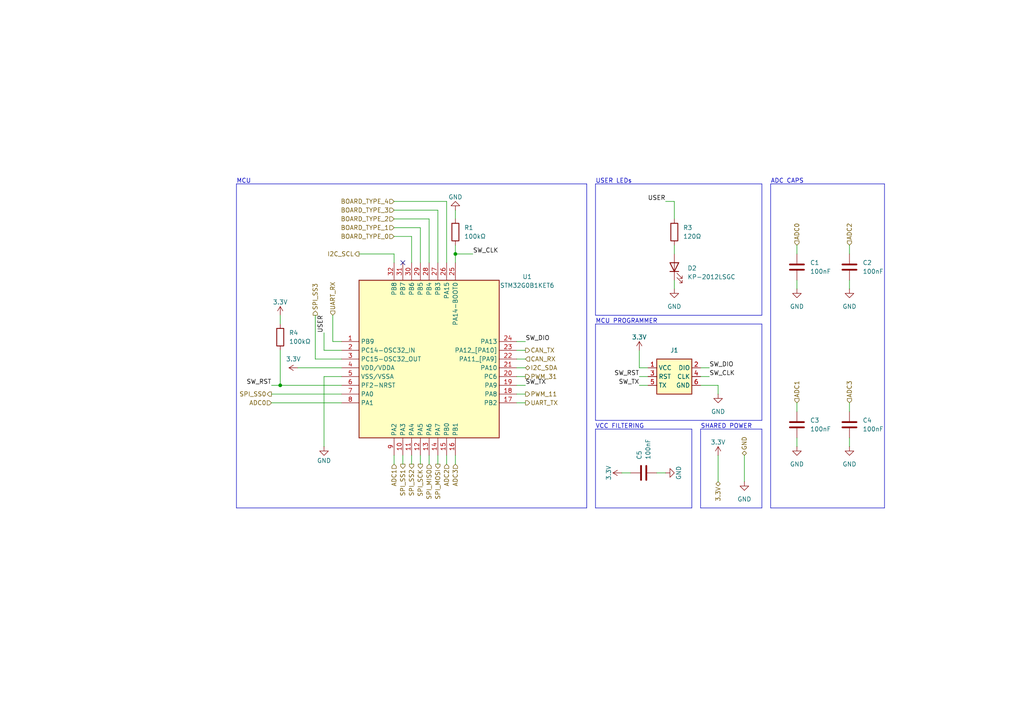
<source format=kicad_sch>
(kicad_sch (version 20250114) (generator "eeschema") (generator_version "9.0")
  (paper "A4")
  (lib_symbols
    (symbol "Device:C" (pin_numbers (hide yes)) (pin_names (offset 0.254))
      (property "Reference" "C" (at 0.635 2.54 0))
      (property "Value" "C" (at 0.635 -2.54 0))
      (symbol "C_0_1"
        (polyline (pts (xy -2.032 0.762) (xy 2.032 0.762)) (stroke (width 0.508)))
        (polyline (pts (xy -2.032 -0.762) (xy 2.032 -0.762)) (stroke (width 0.508)))
      )
      (symbol "C_1_1"
        (pin passive line (at 0 3.81 270) (length 2.794) (name "~") (number "1"))
        (pin passive line (at 0 -3.81 90) (length 2.794) (name "~") (number "2"))
      )
    )
    (symbol "Device:LED" (pin_numbers (hide yes)) (pin_names (offset 1.016) (hide yes))
      (property "Reference" "D" (at 0 2.54 0))
      (property "Value" "LED" (at 0 -2.54 0))
      (symbol "LED_0_1"
        (polyline (pts (xy -3.048 -0.762) (xy -4.572 -2.286) (xy -3.81 -2.286) (xy -4.572 -2.286) (xy -4.572 -1.524)))
        (polyline (pts (xy -1.778 -0.762) (xy -3.302 -2.286) (xy -2.54 -2.286) (xy -3.302 -2.286) (xy -3.302 -1.524)))
        (polyline (pts (xy -1.27 0) (xy 1.27 0)))
        (polyline (pts (xy -1.27 -1.27) (xy -1.27 1.27)) (stroke (width 0.254)))
        (polyline (pts (xy 1.27 -1.27) (xy 1.27 1.27) (xy -1.27 0) (xy 1.27 -1.27)) (stroke (width 0.254)))
      )
      (symbol "LED_1_1"
        (pin passive line (at -3.81 0 0) (length 2.54) (name "K") (number "1"))
        (pin passive line (at 3.81 0 180) (length 2.54) (name "A") (number "2"))
      )
    )
    (symbol "Device:R" (pin_numbers (hide yes)) (pin_names (offset 0))
      (property "Reference" "R" (at 2.032 0 90))
      (property "Value" "R" (at 0 0 90))
      (symbol "R_0_1"
        (rectangle (start -1.016 -2.54) (end 1.016 2.54) (stroke (width 0.254)))
      )
      (symbol "R_1_1"
        (pin passive line (at 0 3.81 270) (length 1.27) (name "~") (number "1"))
        (pin passive line (at 0 -3.81 90) (length 1.27) (name "~") (number "2"))
      )
    )
    (symbol "STM32G0B1KET6:STM32G0B1KET6"
      (property "Reference" "IC" (at 46.99 22.86 0))
      (property "Value" "STM32G0B1KET6" (at 46.99 20.32 0))
      (symbol "STM32G0B1KET6_1_1"
        (rectangle (start 5.08 17.78) (end 45.72 -27.94) (stroke (width 0.254)) (fill (type background)))
        (pin passive line (at 0 0 0) (length 5.08) (name "PB9") (number "1"))
        (pin passive line (at 0 -2.54 0) (length 5.08) (name "PC14-OSC32_IN") (number "2"))
        (pin passive line (at 0 -5.08 0) (length 5.08) (name "PC15-OSC32_OUT") (number "3"))
        (pin passive line (at 0 -7.62 0) (length 5.08) (name "VDD/VDDA") (number "4"))
        (pin passive line (at 0 -10.16 0) (length 5.08) (name "VSS/VSSA") (number "5"))
        (pin passive line (at 0 -12.7 0) (length 5.08) (name "PF2-NRST") (number "6"))
        (pin passive line (at 0 -15.24 0) (length 5.08) (name "PA0") (number "7"))
        (pin passive line (at 0 -17.78 0) (length 5.08) (name "PA1") (number "8"))
        (pin passive line (at 15.24 22.86 270) (length 5.08) (name "PB8") (number "32"))
        (pin passive line (at 15.24 -33.02 90) (length 5.08) (name "PA2") (number "9"))
        (pin passive line (at 17.78 22.86 270) (length 5.08) (name "PB7") (number "31"))
        (pin passive line (at 17.78 -33.02 90) (length 5.08) (name "PA3") (number "10"))
        (pin passive line (at 20.32 22.86 270) (length 5.08) (name "PB6") (number "30"))
        (pin passive line (at 20.32 -33.02 90) (length 5.08) (name "PA4") (number "11"))
        (pin passive line (at 22.86 22.86 270) (length 5.08) (name "PB5") (number "29"))
        (pin passive line (at 22.86 -33.02 90) (length 5.08) (name "PA5") (number "12"))
        (pin passive line (at 25.4 22.86 270) (length 5.08) (name "PB4") (number "28"))
        (pin passive line (at 25.4 -33.02 90) (length 5.08) (name "PA6") (number "13"))
        (pin passive line (at 27.94 22.86 270) (length 5.08) (name "PB3") (number "27"))
        (pin passive line (at 27.94 -33.02 90) (length 5.08) (name "PA7") (number "14"))
        (pin passive line (at 30.48 22.86 270) (length 5.08) (name "PA15") (number "26"))
        (pin passive line (at 30.48 -33.02 90) (length 5.08) (name "PB0") (number "15"))
        (pin passive line (at 33.02 22.86 270) (length 5.08) (name "PA14-BOOT0") (number "25"))
        (pin passive line (at 33.02 -33.02 90) (length 5.08) (name "PB1") (number "16"))
        (pin passive line (at 50.8 0 180) (length 5.08) (name "PA13") (number "24"))
        (pin passive line (at 50.8 -2.54 180) (length 5.08) (name "PA12_[PA10]") (number "23"))
        (pin passive line (at 50.8 -5.08 180) (length 5.08) (name "PA11_[PA9]") (number "22"))
        (pin passive line (at 50.8 -7.62 180) (length 5.08) (name "PA10") (number "21"))
        (pin passive line (at 50.8 -10.16 180) (length 5.08) (name "PC6") (number "20"))
        (pin passive line (at 50.8 -12.7 180) (length 5.08) (name "PA9") (number "19"))
        (pin passive line (at 50.8 -15.24 180) (length 5.08) (name "PA8") (number "18"))
        (pin passive line (at 50.8 -17.78 180) (length 5.08) (name "PB2") (number "17"))
      )
    )
    (symbol "antslab:STM_PROG"
      (property "Reference" "J" (at 0 0 0))
      (symbol "STM_PROG_1_1"
        (rectangle (start -6.35 -1.27) (end 3.81 -11.43) (stroke (width 0.254)) (fill (type background)))
        (pin power_in line (at -8.89 -3.81 0) (length 2.54) (name "VCC") (number "1"))
        (pin bidirectional line (at -8.89 -6.35 0) (length 2.54) (name "RST") (number "3"))
        (pin bidirectional line (at -8.89 -8.89 0) (length 2.54) (name "TX") (number "5"))
        (pin bidirectional line (at 6.35 -3.81 180) (length 2.54) (name "DIO") (number "2"))
        (pin bidirectional line (at 6.35 -6.35 180) (length 2.54) (name "CLK") (number "4"))
        (pin power_in line (at 6.35 -8.89 180) (length 2.54) (name "GND") (number "6"))
      )
    )
    (symbol "power:GND" (power) (pin_numbers (hide yes)) (pin_names (offset 0) (hide yes))
      (property "Value" "GND" (at 0 -3.81 0))
      (symbol "GND_0_1"
        (polyline (pts (xy 0 0) (xy 0 -1.27) (xy 1.27 -1.27) (xy 0 -2.54) (xy -1.27 -1.27) (xy 0 -1.27)))
      )
      (symbol "GND_1_1"
        (pin power_in line (at 0 0 270) (length 0) (name "~") (number "1"))
      )
    )
    (symbol "power:VCC" (power) (pin_numbers (hide yes)) (pin_names (offset 0) (hide yes))
      (property "Value" "VCC" (at 0 3.556 0))
      (symbol "VCC_0_1"
        (polyline (pts (xy -0.762 1.27) (xy 0 2.54)))
        (polyline (pts (xy 0 2.54) (xy 0.762 1.27)))
        (polyline (pts (xy 0 0) (xy 0 2.54)))
      )
      (symbol "VCC_1_1"
        (pin power_in line (at 0 0 90) (length 0) (name "~") (number "1"))
      )
    )
  )
  (text "SHARED POWER" (at 203.2 124.46 0) (effects (font (size 1.27 1.27)) (justify left bottom)))
  (text "VCC FILTERING" (at 172.72 124.46 0) (effects (font (size 1.27 1.27)) (justify left bottom)))
  (text "MCU" (at 68.58 53.34 0) (effects (font (size 1.27 1.27)) (justify left bottom)))
  (text "MCU PROGRAMMER" (at 172.72 93.98 0) (effects (font (size 1.27 1.27)) (justify left bottom)))
  (text "ADC CAPS" (at 223.52 53.34 0) (effects (font (size 1.27 1.27)) (justify left bottom)))
  (text "USER LEDs" (at 172.72 53.34 0) (effects (font (size 1.27 1.27)) (justify left bottom)))
  (junction (at 132.08 73.66))
  (junction (at 81.28 111.76))
  (no_connect (at 116.84 76.2))
  (wire (pts (xy 78.74 114.3) (xy 99.06 114.3)))
  (wire (pts (xy 208.28 132.08) (xy 208.28 139.7)))
  (wire (pts (xy 96.52 91.44) (xy 96.52 99.06)))
  (polyline (pts (xy 172.72 93.98) (xy 172.72 121.92)))
  (wire (pts (xy 114.3 68.58) (xy 119.38 68.58)))
  (wire (pts (xy 215.9 132.08) (xy 215.9 139.7)))
  (wire (pts (xy 81.28 101.6) (xy 81.28 111.76)))
  (polyline (pts (xy 220.98 53.34) (xy 220.98 91.44)))
  (wire (pts (xy 96.52 99.06) (xy 99.06 99.06)))
  (wire (pts (xy 149.86 101.6) (xy 152.4 101.6)))
  (wire (pts (xy 246.38 116.84) (xy 246.38 119.38)))
  (polyline (pts (xy 170.18 147.32) (xy 68.58 147.32)))
  (wire (pts (xy 114.3 73.66) (xy 114.3 76.2)))
  (wire (pts (xy 193.04 58.42) (xy 195.58 58.42)))
  (wire (pts (xy 132.08 73.66) (xy 137.16 73.66)))
  (wire (pts (xy 93.98 101.6) (xy 93.98 96.52)))
  (wire (pts (xy 127 132.08) (xy 127 134.62)))
  (wire (pts (xy 121.92 132.08) (xy 121.92 134.62)))
  (polyline (pts (xy 256.54 53.34) (xy 256.54 147.32)))
  (wire (pts (xy 124.46 76.2) (xy 124.46 63.5)))
  (wire (pts (xy 119.38 68.58) (xy 119.38 76.2)))
  (wire (pts (xy 124.46 132.08) (xy 124.46 134.62)))
  (wire (pts (xy 116.84 132.08) (xy 116.84 134.62)))
  (wire (pts (xy 129.54 76.2) (xy 129.54 58.42)))
  (wire (pts (xy 91.44 104.14) (xy 99.06 104.14)))
  (polyline (pts (xy 203.2 124.46) (xy 220.98 124.46)))
  (polyline (pts (xy 223.52 53.34) (xy 223.52 147.32)))
  (wire (pts (xy 149.86 106.68) (xy 152.4 106.68)))
  (wire (pts (xy 185.42 106.68) (xy 185.42 101.6)))
  (wire (pts (xy 114.3 132.08) (xy 114.3 134.62)))
  (polyline (pts (xy 200.66 147.32) (xy 200.66 124.46)))
  (wire (pts (xy 132.08 60.96) (xy 132.08 63.5)))
  (polyline (pts (xy 172.72 93.98) (xy 220.98 93.98)))
  (wire (pts (xy 132.08 71.12) (xy 132.08 73.66)))
  (wire (pts (xy 190.5 137.16) (xy 193.04 137.16)))
  (wire (pts (xy 203.2 111.76) (xy 208.28 111.76)))
  (wire (pts (xy 91.44 91.44) (xy 91.44 104.14)))
  (wire (pts (xy 132.08 73.66) (xy 132.08 76.2)))
  (wire (pts (xy 149.86 104.14) (xy 152.4 104.14)))
  (wire (pts (xy 119.38 132.08) (xy 119.38 134.62)))
  (wire (pts (xy 149.86 114.3) (xy 152.4 114.3)))
  (wire (pts (xy 246.38 71.12) (xy 246.38 73.66)))
  (wire (pts (xy 180.34 137.16) (xy 182.88 137.16)))
  (polyline (pts (xy 68.58 53.34) (xy 170.18 53.34)))
  (wire (pts (xy 149.86 109.22) (xy 152.4 109.22)))
  (polyline (pts (xy 172.72 91.44) (xy 220.98 91.44)))
  (wire (pts (xy 104.14 73.66) (xy 114.3 73.66)))
  (wire (pts (xy 93.98 109.22) (xy 99.06 109.22)))
  (wire (pts (xy 129.54 58.42) (xy 114.3 58.42)))
  (polyline (pts (xy 172.72 124.46) (xy 200.66 124.46)))
  (polyline (pts (xy 68.58 53.34) (xy 68.58 147.32)))
  (wire (pts (xy 185.42 111.76) (xy 187.96 111.76)))
  (polyline (pts (xy 172.72 53.34) (xy 220.98 53.34)))
  (wire (pts (xy 78.74 111.76) (xy 81.28 111.76)))
  (wire (pts (xy 195.58 81.28) (xy 195.58 83.82)))
  (wire (pts (xy 99.06 101.6) (xy 93.98 101.6)))
  (polyline (pts (xy 220.98 147.32) (xy 203.2 147.32)))
  (wire (pts (xy 246.38 81.28) (xy 246.38 83.82)))
  (wire (pts (xy 187.96 106.68) (xy 185.42 106.68)))
  (wire (pts (xy 231.14 127) (xy 231.14 129.54)))
  (wire (pts (xy 132.08 132.08) (xy 132.08 134.62)))
  (polyline (pts (xy 223.52 147.32) (xy 256.54 147.32)))
  (wire (pts (xy 195.58 71.12) (xy 195.58 73.66)))
  (wire (pts (xy 246.38 127) (xy 246.38 129.54)))
  (wire (pts (xy 127 60.96) (xy 127 76.2)))
  (wire (pts (xy 195.58 58.42) (xy 195.58 63.5)))
  (polyline (pts (xy 220.98 147.32) (xy 220.98 124.46)))
  (polyline (pts (xy 203.2 124.46) (xy 203.2 147.32)))
  (wire (pts (xy 203.2 109.22) (xy 205.74 109.22)))
  (wire (pts (xy 114.3 66.04) (xy 121.92 66.04)))
  (wire (pts (xy 78.74 116.84) (xy 99.06 116.84)))
  (polyline (pts (xy 220.98 121.92) (xy 220.98 93.98)))
  (wire (pts (xy 231.14 71.12) (xy 231.14 73.66)))
  (wire (pts (xy 121.92 66.04) (xy 121.92 76.2)))
  (wire (pts (xy 203.2 106.68) (xy 205.74 106.68)))
  (wire (pts (xy 231.14 116.84) (xy 231.14 119.38)))
  (wire (pts (xy 208.28 111.76) (xy 208.28 114.3)))
  (polyline (pts (xy 172.72 53.34) (xy 172.72 91.44)))
  (wire (pts (xy 185.42 109.22) (xy 187.96 109.22)))
  (polyline (pts (xy 200.66 147.32) (xy 172.72 147.32)))
  (wire (pts (xy 149.86 111.76) (xy 152.4 111.76)))
  (wire (pts (xy 114.3 60.96) (xy 127 60.96)))
  (wire (pts (xy 81.28 91.44) (xy 81.28 93.98)))
  (wire (pts (xy 149.86 99.06) (xy 152.4 99.06)))
  (wire (pts (xy 81.28 111.76) (xy 99.06 111.76)))
  (wire (pts (xy 86.36 106.68) (xy 99.06 106.68)))
  (polyline (pts (xy 170.18 147.32) (xy 170.18 53.34)))
  (wire (pts (xy 129.54 132.08) (xy 129.54 134.62)))
  (polyline (pts (xy 172.72 124.46) (xy 172.72 147.32)))
  (polyline (pts (xy 220.98 121.92) (xy 172.72 121.92)))
  (wire (pts (xy 124.46 63.5) (xy 114.3 63.5)))
  (wire (pts (xy 231.14 81.28) (xy 231.14 83.82)))
  (wire (pts (xy 149.86 116.84) (xy 152.4 116.84)))
  (polyline (pts (xy 223.52 53.34) (xy 256.54 53.34)))
  (wire (pts (xy 93.98 109.22) (xy 93.98 129.54)))
  (label "USER" (at 93.98 96.52 90))
  (label "SW_CLK" (at 137.16 73.66 0))
  (label "SW_DIO" (at 205.74 106.68 0))
  (label "SW_RST" (at 78.74 111.76 180))
  (label "SW_TX" (at 152.4 111.76 0))
  (label "SW_DIO" (at 152.4 99.06 0))
  (label "USER" (at 193.04 58.42 180))
  (label "SW_RST" (at 185.42 109.22 180))
  (label "SW_TX" (at 185.42 111.76 180))
  (label "SW_CLK" (at 205.74 109.22 0))
  (hierarchical_label "ADC0" (shape input) (at 78.74 116.84 180))
  (hierarchical_label "SPI_SS0" (shape output) (at 78.74 114.3 180))
  (hierarchical_label "ADC1" (shape input) (at 114.3 134.62 270))
  (hierarchical_label "SPI_SS1" (shape output) (at 116.84 134.62 270))
  (hierarchical_label "SPI_SCK" (shape output) (at 121.92 134.62 270))
  (hierarchical_label "ADC3" (shape input) (at 246.38 116.84 90))
  (hierarchical_label "SPI_MOSI" (shape output) (at 127 134.62 270))
  (hierarchical_label "ADC0" (shape input) (at 231.14 71.12 90))
  (hierarchical_label "BOARD_TYPE_1" (shape input) (at 114.3 66.04 180))
  (hierarchical_label "3.3V" (shape bidirectional) (at 208.28 139.7 270))
  (hierarchical_label "CAN_RX" (shape input) (at 152.4 104.14 0))
  (hierarchical_label "SPI_SS2" (shape output) (at 119.38 134.62 270))
  (hierarchical_label "ADC2" (shape input) (at 246.38 71.12 90))
  (hierarchical_label "BOARD_TYPE_4" (shape input) (at 114.3 58.42 180))
  (hierarchical_label "ADC3" (shape input) (at 132.08 134.62 270))
  (hierarchical_label "PWM_31" (shape output) (at 152.4 109.22 0))
  (hierarchical_label "SPI_MISO" (shape input) (at 124.46 134.62 270))
  (hierarchical_label "I2C_SDA" (shape bidirectional) (at 152.4 106.68 0))
  (hierarchical_label "CAN_TX" (shape output) (at 152.4 101.6 0))
  (hierarchical_label "GND" (shape bidirectional) (at 215.9 132.08 90))
  (hierarchical_label "ADC1" (shape input) (at 231.14 116.84 90))
  (hierarchical_label "BOARD_TYPE_2" (shape input) (at 114.3 63.5 180))
  (hierarchical_label "UART_RX" (shape input) (at 96.52 91.44 90))
  (hierarchical_label "SPI_SS3" (shape output) (at 91.44 91.44 90))
  (hierarchical_label "BOARD_TYPE_0" (shape input) (at 114.3 68.58 180))
  (hierarchical_label "BOARD_TYPE_3" (shape input) (at 114.3 60.96 180))
  (hierarchical_label "I2C_SCL" (shape output) (at 104.14 73.66 180))
  (hierarchical_label "PWM_11" (shape output) (at 152.4 114.3 0))
  (hierarchical_label "ADC2" (shape input) (at 129.54 134.62 270))
  (hierarchical_label "UART_TX" (shape output) (at 152.4 116.84 0))
  (symbol (lib_id "power:VCC") (at 185.42 101.6 0) (unit 1)
    (property "Reference" "#PWR024" (effects (hide yes)))
    (property "Value" "3.3V" (at 185.42 97.79 0))
    (property "Description" "Power symbol creates a global label with name \"VCC\"" (effects (hide yes)))
  )
  (symbol (lib_id "power:VCC") (at 81.28 91.44 0) (unit 1)
    (property "Reference" "#PWR023" (effects (hide yes)))
    (property "Value" "3.3V" (at 81.28 87.63 0))
    (property "Description" "Power symbol creates a global label with name \"VCC\"" (effects (hide yes)))
  )
  (symbol (lib_id "Device:R") (at 195.58 67.31 180) (unit 1)
    (property "Reference" "R3" (at 198.12 66.0399 0) (effects (justify right)))
    (property "Value" "120Ω" (at 198.12 68.5799 0) (effects (justify right)))
    (property "Footprint" "Resistor_SMD:R_0805_2012Metric" (effects (hide yes)))
    (property "Description" "Resistor" (effects (hide yes)))
  )
  (symbol (lib_id "power:GND") (at 231.14 129.54 0) (unit 1)
    (property "Reference" "#PWR028" (effects (hide yes)))
    (property "Value" "GND" (at 231.14 134.62 0))
    (property "Description" "Power symbol creates a global label with name \"GND\" , ground" (effects (hide yes)))
  )
  (symbol (lib_id "power:GND") (at 132.08 60.96 180) (unit 1)
    (property "Reference" "#PWR017" (effects (hide yes)))
    (property "Value" "GND" (at 132.08 57.15 0))
    (property "Description" "Power symbol creates a global label with name \"GND\" , ground" (effects (hide yes)))
  )
  (symbol (lib_id "Device:C") (at 246.38 123.19 0) (unit 1)
    (property "Reference" "C4" (at 250.19 121.9199 0) (effects (justify left)))
    (property "Value" "100nF" (at 250.19 124.4599 0) (effects (justify left)))
    (property "Footprint" "Capacitor_SMD:C_0805_2012Metric" (effects (hide yes)))
    (property "Description" "Unpolarized capacitor" (effects (hide yes)))
  )
  (symbol (lib_id "Device:R") (at 132.08 67.31 180) (unit 1)
    (property "Reference" "R1" (at 134.62 66.0399 0) (effects (justify right)))
    (property "Value" "100kΩ" (at 134.62 68.5799 0) (effects (justify right)))
    (property "Footprint" "Resistor_SMD:R_0805_2012Metric" (effects (hide yes)))
    (property "Description" "Resistor" (effects (hide yes)))
  )
  (symbol (lib_id "power:VCC") (at 180.34 137.16 90) (unit 1)
    (property "Reference" "#PWR031" (effects (hide yes)))
    (property "Value" "3.3V" (at 176.53 137.16 0))
    (property "Description" "Power symbol creates a global label with name \"VCC\"" (effects (hide yes)))
  )
  (symbol (lib_id "power:GND") (at 195.58 83.82 0) (unit 1)
    (property "Reference" "#PWR020" (effects (hide yes)))
    (property "Value" "GND" (at 195.58 88.9 0))
    (property "Description" "Power symbol creates a global label with name \"GND\" , ground" (effects (hide yes)))
  )
  (symbol (lib_id "Device:C") (at 186.69 137.16 90) (unit 1)
    (property "Reference" "C5" (at 185.4199 133.35 0) (effects (justify left)))
    (property "Value" "100nF" (at 187.9599 133.35 0) (effects (justify left)))
    (property "Footprint" "Capacitor_SMD:C_0805_2012Metric" (effects (hide yes)))
    (property "Description" "Unpolarized capacitor" (effects (hide yes)))
  )
  (symbol (lib_id "power:GND") (at 246.38 129.54 0) (unit 1)
    (property "Reference" "#PWR029" (effects (hide yes)))
    (property "Value" "GND" (at 246.38 134.62 0))
    (property "Description" "Power symbol creates a global label with name \"GND\" , ground" (effects (hide yes)))
  )
  (symbol (lib_id "power:VCC") (at 86.36 106.68 90) (unit 1)
    (property "Reference" "#PWR025" (effects (hide yes)))
    (property "Value" "3.3V" (at 85.09 104.14 90))
    (property "Description" "Power symbol creates a global label with name \"VCC\"" (effects (hide yes)))
  )
  (symbol (lib_id "Device:C") (at 246.38 77.47 0) (unit 1)
    (property "Reference" "C2" (at 250.19 76.1999 0) (effects (justify left)))
    (property "Value" "100nF" (at 250.19 78.7399 0) (effects (justify left)))
    (property "Footprint" "Capacitor_SMD:C_0805_2012Metric" (effects (hide yes)))
    (property "Description" "Unpolarized capacitor" (effects (hide yes)))
  )
  (symbol (lib_id "power:GND") (at 231.14 83.82 0) (unit 1)
    (property "Reference" "#PWR021" (effects (hide yes)))
    (property "Value" "GND" (at 231.14 88.9 0))
    (property "Description" "Power symbol creates a global label with name \"GND\" , ground" (effects (hide yes)))
  )
  (symbol (lib_id "power:GND") (at 193.04 137.16 90) (unit 1)
    (property "Reference" "#PWR032" (effects (hide yes)))
    (property "Value" "GND" (at 196.85 137.16 0))
    (property "Description" "Power symbol creates a global label with name \"GND\" , ground" (effects (hide yes)))
  )
  (symbol (lib_id "Device:R") (at 81.28 97.79 180) (unit 1)
    (property "Reference" "R4" (at 83.82 96.5199 0) (effects (justify right)))
    (property "Value" "100kΩ" (at 83.82 99.0599 0) (effects (justify right)))
    (property "Footprint" "Resistor_SMD:R_0805_2012Metric" (effects (hide yes)))
    (property "Description" "Resistor" (effects (hide yes)))
  )
  (symbol (lib_id "Device:LED") (at 195.58 77.47 90) (unit 1)
    (property "Reference" "D2" (at 199.39 77.7874 90) (effects (justify right)))
    (property "Value" "KP-2012LSGC" (at 199.39 80.3274 90) (effects (justify right)))
    (property "Footprint" "LED_SMD:LED_0805_2012Metric" (effects (hide yes)))
    (property "Description" "Light emitting diode" (effects (hide yes)))
    (property "Sim.Pins" "1=K 2=A" (effects (hide yes)))
  )
  (symbol (lib_id "Device:C") (at 231.14 77.47 0) (unit 1)
    (property "Reference" "C1" (at 234.95 76.1999 0) (effects (justify left)))
    (property "Value" "100nF" (at 234.95 78.7399 0) (effects (justify left)))
    (property "Footprint" "Capacitor_SMD:C_0805_2012Metric" (effects (hide yes)))
    (property "Description" "Unpolarized capacitor" (effects (hide yes)))
  )
  (symbol (lib_id "STM32G0B1KET6:STM32G0B1KET6") (at 99.06 99.06 0) (unit 1)
    (property "Reference" "U1" (at 152.908 80.264 0))
    (property "Value" "STM32G0B1KET6" (at 152.908 82.804 0))
    (property "Footprint" "Package_QFP:LQFP-32_7x7mm_P0.8mm" (effects (hide yes)))
    (property "Datasheet" "https://www.st.com/resource/en/datasheet/stm32g0b1cc.pdf" (effects (hide yes)))
    (property "Description" "Arm Cortex-M0+ 32-bit MCU, up to 512KB Flash, 144KB RAM, 6x USART, timers, ADC, DAC, comm. I/Fs, 1.7-3.6V" (effects (hide yes)))
    (property "Height" "1.6" (effects (hide yes)))
    (property "Manufacturer_Name" "STMicroelectronics" (effects (hide yes)))
    (property "Manufacturer_Part_Number" "STM32G0B1KET6" (effects (hide yes)))
  )
  (symbol (lib_id "power:GND") (at 208.28 114.3 0) (unit 1)
    (property "Reference" "#PWR026" (effects (hide yes)))
    (property "Value" "GND" (at 208.28 119.38 0))
    (property "Description" "Power symbol creates a global label with name \"GND\" , ground" (effects (hide yes)))
  )
  (symbol (lib_id "antslab:STM_PROG") (at 196.85 102.87 0) (unit 1)
    (property "Reference" "J1" (at 195.58 101.6 0))
    (property "Footprint" "Connector_PinSocket_2.54mm:PinSocket_2x03_P2.54mm_Vertical" (effects (hide yes)))
  )
  (symbol (lib_id "power:VCC") (at 208.28 132.08 0) (unit 1)
    (property "Reference" "#PWR030" (effects (hide yes)))
    (property "Value" "3.3V" (at 208.28 128.27 0))
    (property "Description" "Power symbol creates a global label with name \"VCC\"" (effects (hide yes)))
  )
  (symbol (lib_id "power:GND") (at 93.98 129.54 0) (unit 1)
    (property "Reference" "#PWR027" (effects (hide yes)))
    (property "Value" "GND" (at 93.98 133.604 0))
    (property "Description" "Power symbol creates a global label with name \"GND\" , ground" (effects (hide yes)))
  )
  (symbol (lib_id "Device:C") (at 231.14 123.19 0) (unit 1)
    (property "Reference" "C3" (at 234.95 121.9199 0) (effects (justify left)))
    (property "Value" "100nF" (at 234.95 124.4599 0) (effects (justify left)))
    (property "Footprint" "Capacitor_SMD:C_0805_2012Metric" (effects (hide yes)))
    (property "Description" "Unpolarized capacitor" (effects (hide yes)))
  )
  (symbol (lib_id "power:GND") (at 246.38 83.82 0) (unit 1)
    (property "Reference" "#PWR022" (effects (hide yes)))
    (property "Value" "GND" (at 246.38 88.9 0))
    (property "Description" "Power symbol creates a global label with name \"GND\" , ground" (effects (hide yes)))
  )
  (symbol (lib_id "power:GND") (at 215.9 139.7 0) (mirror y) (unit 1)
    (property "Reference" "#PWR033" (effects (hide yes)))
    (property "Value" "GND" (at 215.9 144.78 0))
    (property "Description" "Power symbol creates a global label with name \"GND\" , ground" (effects (hide yes)))
  )
)
</source>
